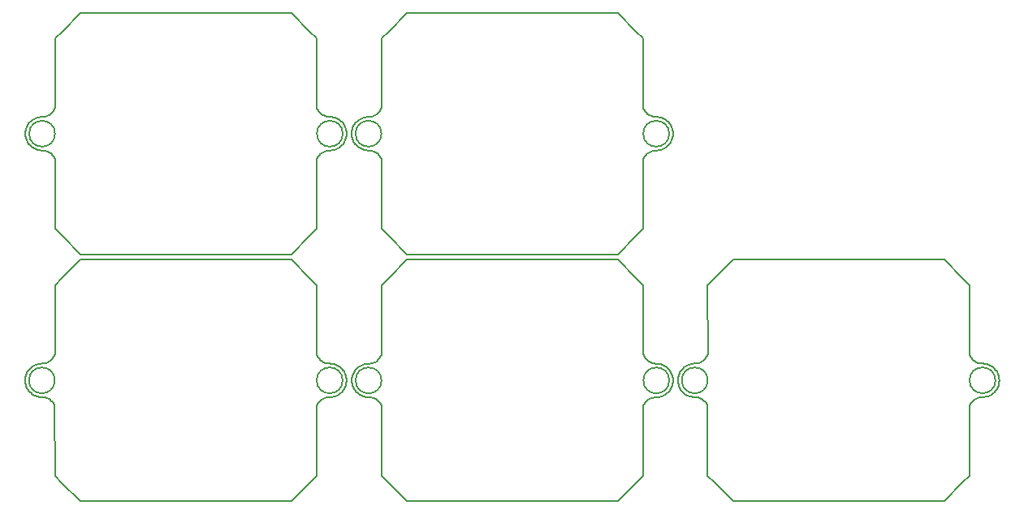
<source format=gbr>
%TF.GenerationSoftware,KiCad,Pcbnew,7.0.7*%
%TF.CreationDate,2023-10-06T18:16:36-06:00*%
%TF.ProjectId,Modular_Interfaces,4d6f6475-6c61-4725-9f49-6e7465726661,rev?*%
%TF.SameCoordinates,Original*%
%TF.FileFunction,Profile,NP*%
%FSLAX46Y46*%
G04 Gerber Fmt 4.6, Leading zero omitted, Abs format (unit mm)*
G04 Created by KiCad (PCBNEW 7.0.7) date 2023-10-06 18:16:36*
%MOMM*%
%LPD*%
G01*
G04 APERTURE LIST*
%TA.AperFunction,Profile*%
%ADD10C,0.150000*%
%TD*%
%TA.AperFunction,Profile*%
%ADD11C,0.200000*%
%TD*%
G04 APERTURE END LIST*
D10*
X129118533Y-40705651D02*
X129216526Y-40725515D01*
X97875401Y-43903172D02*
X97961078Y-43954715D01*
X97070683Y-42381112D02*
X97070746Y-42481099D01*
X97711854Y-41075557D02*
X97636309Y-41141056D01*
X100920000Y-31730000D02*
X102820000Y-29830000D01*
X99740012Y-44512517D02*
X99814822Y-44578846D01*
X127486821Y-45069159D02*
X127470000Y-52380000D01*
X130264962Y-41442789D02*
X130318985Y-41526924D01*
X124820000Y-29830000D02*
X123020000Y-29830000D01*
X129764599Y-43903172D02*
X129678922Y-43954715D01*
X97228729Y-43158256D02*
X97272918Y-43247948D01*
X130002061Y-43720439D02*
X129926433Y-43785842D01*
X97087984Y-42680245D02*
X97105103Y-42778755D01*
X97189734Y-43066188D02*
X97228729Y-43158256D01*
X98328898Y-44109678D02*
X98425628Y-44134985D01*
X128427292Y-44235312D02*
X128332126Y-44265963D01*
X99868688Y-40233376D02*
X99796972Y-40303038D01*
X128149251Y-44346543D02*
X128062411Y-44396089D01*
X127999949Y-40426783D02*
X128084412Y-40480281D01*
X98722263Y-44177269D02*
X98817830Y-44179999D01*
X129216526Y-40725515D02*
X129313225Y-40750944D01*
X128239299Y-44303098D02*
X128149251Y-44346543D01*
X98917746Y-44183570D02*
X99017179Y-44194017D01*
X98622633Y-44168835D02*
X98722263Y-44177269D01*
X128524344Y-44211292D02*
X128427292Y-44235312D01*
X100170000Y-32480000D02*
X100920000Y-31730000D01*
X97156061Y-42972042D02*
X97189734Y-43066188D01*
X127755116Y-44650172D02*
X127690137Y-44726157D01*
X130451069Y-41795873D02*
X130484622Y-41890062D01*
X98521467Y-40705651D02*
X98423474Y-40725515D01*
X98523647Y-44154725D02*
X98622633Y-44168835D01*
X129406230Y-44078889D02*
X129311102Y-44109678D01*
X97792808Y-43846819D02*
X97875401Y-43903172D01*
X130075373Y-41210763D02*
X130142957Y-41284449D01*
X128332126Y-44265963D02*
X128239299Y-44303098D01*
X127455211Y-39728396D02*
X127470000Y-32480000D01*
X129116353Y-44154725D02*
X129017367Y-44168835D01*
X130317842Y-43334970D02*
X130263713Y-43419037D01*
X128084412Y-40480281D02*
X128172351Y-40527851D01*
X130483939Y-42972042D02*
X130450266Y-43066188D01*
X97104664Y-42083413D02*
X97087669Y-42181944D01*
X97272918Y-43247948D02*
X97322158Y-43334970D01*
X97435129Y-43499876D02*
X97498492Y-43577222D01*
X99949863Y-44726157D02*
X100009453Y-44806438D01*
X100184789Y-39728396D02*
X100170000Y-32480000D01*
X128919946Y-40682856D02*
X129019565Y-40691416D01*
X130412190Y-41703755D02*
X130451069Y-41795873D01*
X126720000Y-53130000D02*
X124820000Y-55030000D01*
X97636309Y-41141056D02*
X97564627Y-41210763D01*
X124820000Y-55030000D02*
X102820000Y-55030000D01*
X130318985Y-41526924D02*
X130368114Y-41614008D01*
X100111353Y-44978348D02*
X100153179Y-45069159D01*
X99796972Y-40303038D02*
X99720639Y-40367609D01*
X99400701Y-44303098D02*
X99490749Y-44346543D01*
X128649174Y-40669933D02*
X128748807Y-40678256D01*
X128550348Y-40654785D02*
X128649174Y-40669933D01*
X97959152Y-40906372D02*
X97873540Y-40958023D01*
X99089652Y-40654785D02*
X98990826Y-40669933D01*
X97105103Y-42778755D02*
X97127820Y-42876127D01*
X97271886Y-41614008D02*
X97227810Y-41703755D01*
X98140556Y-44042717D02*
X98233770Y-44078889D01*
X97791018Y-41014480D02*
X97711854Y-41075557D01*
X130563670Y-42281285D02*
X130569317Y-42381112D01*
X98620435Y-40691416D02*
X98521467Y-40705651D01*
X130484622Y-41890062D02*
X130512742Y-41986012D01*
X97076330Y-42281285D02*
X97070683Y-42381112D01*
X130512742Y-41986012D02*
X130535336Y-42083413D01*
X129214372Y-44134985D02*
X129116353Y-44154725D01*
X127470000Y-32480000D02*
X126720000Y-31730000D01*
X130204871Y-43499876D02*
X130141508Y-43577222D01*
X129766460Y-40958023D02*
X129848982Y-41014480D01*
X98326775Y-40750944D02*
X98231686Y-40781853D01*
X129499444Y-44042717D02*
X129406230Y-44078889D01*
X100170000Y-52380000D02*
X100920000Y-53130000D01*
X129847192Y-43846819D02*
X129764599Y-43903172D01*
X97070746Y-42481099D02*
X97076519Y-42580918D01*
X98047574Y-40859694D02*
X97959152Y-40906372D01*
X128622821Y-44194017D02*
X128524344Y-44211292D01*
X129408314Y-40781853D02*
X129501482Y-40818143D01*
X98891193Y-40678256D02*
X98820000Y-40680000D01*
X127704550Y-40158951D02*
X127771312Y-40233376D01*
X127528647Y-44978348D02*
X127486821Y-45069159D01*
X99935450Y-40158951D02*
X99868688Y-40233376D01*
X99555588Y-40480281D02*
X99467649Y-40527851D01*
X98423474Y-40725515D02*
X98326775Y-40750944D01*
X97322158Y-43334970D02*
X97376287Y-43419037D01*
X127919361Y-40367609D02*
X127999949Y-40426783D01*
X97564627Y-41210763D02*
X97497043Y-41284449D01*
X98138518Y-40818143D02*
X98047574Y-40859694D01*
X130552331Y-42181944D02*
X130563670Y-42281285D01*
X97188931Y-41795873D02*
X97155378Y-41890062D01*
X99307874Y-44265963D02*
X99400701Y-44303098D01*
X129590440Y-44001281D02*
X129499444Y-44042717D01*
X129678922Y-43954715D02*
X129590440Y-44001281D01*
X129313225Y-40750944D02*
X129408314Y-40781853D01*
X127492983Y-39820967D02*
X127537026Y-39910724D01*
X99577589Y-44396089D02*
X99660809Y-44451502D01*
X127470000Y-52380000D02*
X126720000Y-53130000D01*
X99490749Y-44346543D02*
X99577589Y-44396089D01*
X98817830Y-44179999D02*
X98917746Y-44183570D01*
X99467649Y-40527851D02*
X99376650Y-40569266D01*
X130512180Y-42876127D02*
X130483939Y-42972042D01*
X127979191Y-44451502D02*
X127899988Y-44512517D01*
X129928146Y-41075557D02*
X130003691Y-41141056D01*
X99996941Y-40080117D02*
X99935450Y-40158951D01*
X99283021Y-40604333D02*
X99187204Y-40632884D01*
X130073831Y-43650823D02*
X130002061Y-43720439D01*
X97375038Y-41442789D02*
X97321015Y-41526924D01*
X130569254Y-42481099D02*
X130563481Y-42580918D01*
X102820000Y-29830000D02*
X123020000Y-29830000D01*
X129848982Y-41014480D02*
X129928146Y-41075557D01*
X97498492Y-43577222D02*
X97566169Y-43650823D01*
X97497043Y-41284449D02*
X97433778Y-41361876D01*
X100009453Y-44806438D02*
X100063368Y-44890636D01*
X97376287Y-43419037D02*
X97435129Y-43499876D01*
X130206222Y-41361876D02*
X130264962Y-41442789D01*
X130563481Y-42580918D02*
X130552016Y-42680245D01*
X127843028Y-40303038D02*
X127919361Y-40367609D01*
X98990826Y-40669933D02*
X98891193Y-40678256D01*
X129017367Y-44168835D02*
X128917737Y-44177269D01*
X128820000Y-40680000D02*
X128919946Y-40682856D01*
X100063368Y-44890636D02*
X100111353Y-44978348D01*
X97087669Y-42181944D02*
X97076330Y-42281285D01*
X128263350Y-40569266D02*
X128356979Y-40604333D01*
X128722254Y-44183570D02*
X128622821Y-44194017D01*
X130535336Y-42083413D02*
X130552331Y-42181944D01*
X130263713Y-43419037D02*
X130204871Y-43499876D01*
X100920000Y-53130000D02*
X102820000Y-55030000D01*
X127537026Y-39910724D02*
X127587130Y-39997244D01*
X100102974Y-39910724D02*
X100052870Y-39997244D01*
X128172351Y-40527851D02*
X128263350Y-40569266D01*
X127587130Y-39997244D02*
X127643059Y-40080117D01*
X129592426Y-40859694D02*
X129680848Y-40906372D01*
X128356979Y-40604333D02*
X128452796Y-40632884D01*
X100052870Y-39997244D02*
X99996941Y-40080117D01*
X98231686Y-40781853D02*
X98138518Y-40818143D01*
X127630547Y-44806438D02*
X127576632Y-44890636D01*
X127899988Y-44512517D02*
X127825178Y-44578846D01*
X97566169Y-43650823D02*
X97637939Y-43720439D01*
X128822170Y-44179999D02*
X128722254Y-44183570D01*
X130141508Y-43577222D02*
X130073831Y-43650823D01*
X100184789Y-39728396D02*
X100147017Y-39820967D01*
X99720639Y-40367609D02*
X99640051Y-40426783D01*
X97713567Y-43785842D02*
X97792808Y-43846819D01*
X127576632Y-44890636D02*
X127528647Y-44978348D01*
X128062411Y-44396089D02*
X127979191Y-44451502D01*
X127690137Y-44726157D02*
X127630547Y-44806438D01*
X99187204Y-40632884D02*
X99089652Y-40654785D01*
X99814822Y-44578846D02*
X99884884Y-44650172D01*
X130142957Y-41284449D02*
X130206222Y-41361876D01*
X99640051Y-40426783D02*
X99555588Y-40480281D01*
X127825178Y-44578846D02*
X127755116Y-44650172D01*
X130534897Y-42778755D02*
X130512180Y-42876127D01*
X129680848Y-40906372D02*
X129766460Y-40958023D01*
X129311102Y-44109678D02*
X129214372Y-44134985D01*
X97127258Y-41986012D02*
X97104664Y-42083413D01*
X130552016Y-42680245D02*
X130534897Y-42778755D01*
X97127820Y-42876127D02*
X97156061Y-42972042D01*
X98820000Y-40680000D02*
X98720054Y-40682856D01*
X127643059Y-40080117D02*
X127704550Y-40158951D01*
X128822170Y-44179999D02*
X128822170Y-44179999D01*
X129501482Y-40818143D02*
X129592426Y-40859694D01*
X97076519Y-42580918D02*
X97087984Y-42680245D01*
X128748807Y-40678256D02*
X128820000Y-40680000D01*
X98425628Y-44134985D02*
X98523647Y-44154725D01*
X98049560Y-44001281D02*
X98140556Y-44042717D01*
X99115656Y-44211292D02*
X99212708Y-44235312D01*
X99017179Y-44194017D02*
X99115656Y-44211292D01*
X127771312Y-40233376D02*
X127843028Y-40303038D01*
X97961078Y-43954715D02*
X98049560Y-44001281D01*
X130368114Y-41614008D02*
X130412190Y-41703755D01*
X98720054Y-40682856D02*
X98620435Y-40691416D01*
X130569317Y-42381112D02*
X130569254Y-42481099D01*
X97227810Y-41703755D02*
X97188931Y-41795873D01*
X129926433Y-43785842D02*
X129847192Y-43846819D01*
D11*
X100170000Y-42430000D02*
G75*
G03*
X100170000Y-42430000I-1350000J0D01*
G01*
D10*
X97433778Y-41361876D02*
X97375038Y-41442789D01*
X99884884Y-44650172D02*
X99949863Y-44726157D01*
D11*
X130170000Y-42430000D02*
G75*
G03*
X130170000Y-42430000I-1350000J0D01*
G01*
D10*
X97873540Y-40958023D02*
X97791018Y-41014480D01*
X128917737Y-44177269D02*
X128822170Y-44179999D01*
X97155378Y-41890062D02*
X97127258Y-41986012D01*
X100153179Y-45069159D02*
X100170000Y-52380000D01*
X99376650Y-40569266D02*
X99283021Y-40604333D01*
X130367082Y-43247948D02*
X130317842Y-43334970D01*
X98233770Y-44078889D02*
X98328898Y-44109678D01*
X130450266Y-43066188D02*
X130411271Y-43158256D01*
X97637939Y-43720439D02*
X97713567Y-43785842D01*
X129019565Y-40691416D02*
X129118533Y-40705651D01*
X128452796Y-40632884D02*
X128550348Y-40654785D01*
X130003691Y-41141056D02*
X130075373Y-41210763D01*
X99212708Y-44235312D02*
X99307874Y-44265963D01*
X130411271Y-43158256D02*
X130367082Y-43247948D01*
X97321015Y-41526924D02*
X97271886Y-41614008D01*
X99660809Y-44451502D02*
X99740012Y-44512517D01*
X127455211Y-39728396D02*
X127492983Y-39820967D01*
X126720000Y-31730000D02*
X124820000Y-29830000D01*
X100147017Y-39820967D02*
X100102974Y-39910724D01*
X98147803Y-66583143D02*
X98056859Y-66624694D01*
X97384323Y-67207789D02*
X97330300Y-67291924D01*
X63077258Y-67746012D02*
X63054664Y-67843413D01*
X96522331Y-42181944D02*
X96533670Y-42281285D01*
X94572821Y-69954017D02*
X94474344Y-69971292D01*
X98432759Y-66490515D02*
X98336060Y-66515944D01*
X131582662Y-69409624D02*
X131654432Y-69479240D01*
X95356230Y-69838889D02*
X95261102Y-69869678D01*
X130214156Y-69264876D02*
X130150793Y-69342222D01*
X95896433Y-43785842D02*
X95817192Y-43846819D01*
X133572081Y-66239082D02*
X133484142Y-66286652D01*
X96482180Y-42876127D02*
X96453939Y-42972042D01*
X129125638Y-69919725D02*
X129026652Y-69933835D01*
X95068533Y-66465651D02*
X95166526Y-66485515D01*
X132907686Y-66437057D02*
X132836493Y-66438801D01*
X98240971Y-66546853D02*
X98147803Y-66583143D01*
X133737132Y-66126410D02*
X133656544Y-66185584D01*
X98149841Y-69807717D02*
X98243055Y-69843889D01*
X132836493Y-66438801D02*
X132736547Y-66441657D01*
X98629720Y-66456416D02*
X98530752Y-66470651D01*
X131288379Y-67372809D02*
X131244303Y-67462556D01*
X127639832Y-70571438D02*
X127585917Y-70655636D01*
X96213713Y-69179037D02*
X96154871Y-69259876D01*
X163606933Y-69760082D02*
X163515937Y-69801518D01*
X164281455Y-67201590D02*
X164335478Y-67285725D01*
X95714599Y-69663172D02*
X95628922Y-69714715D01*
X131514985Y-69336023D02*
X131582662Y-69409624D01*
X131206227Y-68824989D02*
X131245222Y-68917057D01*
X130377399Y-67379008D02*
X130421475Y-67468755D01*
X164568509Y-68439046D02*
X164551390Y-68537556D01*
X130083116Y-69415823D02*
X130011346Y-69485439D01*
X98056859Y-66624694D02*
X97968437Y-66671372D01*
X63536169Y-43650823D02*
X63607939Y-43720439D01*
X164158001Y-69336023D02*
X164090324Y-69409624D01*
X64491467Y-40705651D02*
X64393474Y-40725515D01*
X130578539Y-68246099D02*
X130572766Y-68345918D01*
X129508729Y-69807717D02*
X129415515Y-69843889D01*
X64203770Y-44078889D02*
X64298898Y-44109678D01*
X97080031Y-68246099D02*
X97085804Y-68345918D01*
X132934239Y-69942371D02*
X133033672Y-69952818D01*
X93813028Y-40303038D02*
X93889361Y-40367609D01*
X163782953Y-66716824D02*
X163865475Y-66773281D01*
X131337508Y-67285725D02*
X131288379Y-67372809D01*
X128929231Y-66447856D02*
X129028850Y-66456416D01*
X64473647Y-69914725D02*
X64572633Y-69928835D01*
X65854884Y-44650172D02*
X65919863Y-44726157D01*
X95469444Y-44042717D02*
X95376230Y-44078889D01*
X164384607Y-67372809D02*
X164428683Y-67462556D01*
X65919863Y-44726157D02*
X65979453Y-44806438D01*
X63606309Y-41141056D02*
X63534627Y-41210763D01*
X65818688Y-65993376D02*
X65746972Y-66063038D01*
X63292158Y-43334970D02*
X63346287Y-43419037D01*
X132343268Y-66509745D02*
X132248179Y-66540654D01*
X66870000Y-78890000D02*
X68770000Y-80790000D01*
X162188844Y-66286652D02*
X162279843Y-66328067D01*
X65039652Y-66414785D02*
X64940826Y-66429933D01*
X64017574Y-40859694D02*
X63929152Y-40906372D01*
X127699422Y-70491157D02*
X127639832Y-70571438D01*
X128248584Y-70068098D02*
X128158536Y-70111543D01*
X132540140Y-69913526D02*
X132639126Y-69927636D01*
X99749297Y-70277517D02*
X99824107Y-70343846D01*
X164585747Y-68239900D02*
X164579974Y-68339719D01*
X95451482Y-66578143D02*
X95542426Y-66619694D01*
X162838663Y-69938800D02*
X162738747Y-69942371D01*
X63516169Y-69410823D02*
X63587939Y-69480439D01*
X63325038Y-67202789D02*
X63271015Y-67286924D01*
X96502331Y-67941944D02*
X96513670Y-68041285D01*
X64296775Y-40750944D02*
X64201686Y-40781853D01*
X164280206Y-69177838D02*
X164221364Y-69258677D01*
X96462742Y-67746012D02*
X96485336Y-67843413D01*
X164091866Y-66969564D02*
X164159450Y-67043250D01*
X95898146Y-41075557D02*
X95973691Y-41141056D01*
X64183770Y-69838889D02*
X64278898Y-69869678D01*
X133203697Y-66391685D02*
X133106145Y-66413586D01*
X93456821Y-45069159D02*
X93440000Y-52380000D01*
X99500034Y-70111543D02*
X99586874Y-70161089D01*
X129026652Y-69933835D02*
X128927022Y-69942269D01*
X96504897Y-42778755D02*
X96482180Y-42876127D01*
X127537932Y-70743348D02*
X127496106Y-70834159D01*
X97281171Y-67379008D02*
X97237095Y-67468755D01*
X63198729Y-43158256D02*
X63242918Y-43247948D01*
X94887737Y-44177269D02*
X94792170Y-44179999D01*
X64692263Y-44177269D02*
X64787830Y-44179999D01*
X66890000Y-53130000D02*
X68790000Y-55030000D01*
X162165744Y-70105344D02*
X162078904Y-70154890D01*
X95540440Y-69761281D02*
X95449444Y-69802717D01*
X94592821Y-44194017D02*
X94494344Y-44211292D01*
X96287842Y-43334970D02*
X96233713Y-43419037D01*
X94987367Y-44168835D02*
X94887737Y-44177269D01*
X130328270Y-67291924D02*
X130377399Y-67379008D01*
X131205424Y-67554674D02*
X131171871Y-67648863D01*
X96539254Y-42481099D02*
X96533481Y-42580918D01*
X131450271Y-67120677D02*
X131391531Y-67201590D01*
X95164372Y-69894985D02*
X95066353Y-69914725D01*
X129775745Y-66723023D02*
X129858267Y-66779480D01*
X132157049Y-69801518D02*
X132250263Y-69837690D01*
X98243055Y-69843889D02*
X98338183Y-69874678D01*
X94012411Y-70156089D02*
X93929191Y-70211502D01*
X65746972Y-66063038D02*
X65670639Y-66127609D01*
X134186493Y-58238801D02*
X134936493Y-57488801D01*
X100156302Y-65585967D02*
X100112259Y-65675724D01*
X65590051Y-66186783D02*
X65505588Y-66240281D01*
X66120000Y-58240000D02*
X66870000Y-57490000D01*
X64276775Y-66510944D02*
X64181686Y-66541853D01*
X131392780Y-69177838D02*
X131451622Y-69258677D01*
X94474344Y-69971292D02*
X94377292Y-69995312D01*
X66890000Y-31730000D02*
X68790000Y-29830000D01*
X163230865Y-69893786D02*
X163132846Y-69913526D01*
X63911078Y-69714715D02*
X63999560Y-69761281D01*
X128272635Y-66334266D02*
X128366264Y-66369333D01*
X63326287Y-69179037D02*
X63385129Y-69259876D01*
X161486493Y-58238801D02*
X160736493Y-57488801D01*
X63221886Y-67374008D02*
X63177810Y-67463755D01*
X97282203Y-69012948D02*
X97331443Y-69099970D01*
X94142351Y-40527851D02*
X94233350Y-40569266D01*
X66134789Y-65488396D02*
X66120000Y-58240000D01*
X65137204Y-66392884D02*
X65039652Y-66414785D01*
X96519317Y-68141112D02*
X96519254Y-68241099D01*
X63271015Y-67286924D02*
X63221886Y-67374008D01*
X129417599Y-66546853D02*
X129510767Y-66583143D01*
X63158931Y-41795873D02*
X63125378Y-41890062D01*
X63845401Y-43903172D02*
X63931078Y-43954715D01*
X96361271Y-68918256D02*
X96317082Y-69007948D01*
X93705116Y-70410172D02*
X93640137Y-70486157D01*
X93600547Y-44806438D02*
X93546632Y-44890636D01*
X95878146Y-66835557D02*
X95953691Y-66901056D01*
X93849988Y-70272517D02*
X93775178Y-70338846D01*
X100194074Y-65493396D02*
X100179285Y-58245000D01*
X94189299Y-70063098D02*
X94099251Y-70106543D01*
X66052974Y-65670724D02*
X66002870Y-65757244D01*
X64967179Y-69954017D02*
X65065656Y-69971292D01*
X64373474Y-66485515D02*
X64276775Y-66510944D01*
X97645594Y-66906056D02*
X97573912Y-66975763D01*
X99564873Y-66245281D02*
X99476934Y-66292851D01*
X131654432Y-69479240D02*
X131730060Y-69544643D01*
X100006226Y-65845117D02*
X99944735Y-65923951D01*
X66061353Y-70738348D02*
X66103179Y-70829159D01*
X95283225Y-40750944D02*
X95378314Y-40781853D01*
X100120638Y-70743348D02*
X100162464Y-70834159D01*
X65527589Y-70156089D02*
X65610809Y-70211502D01*
X95086353Y-44154725D02*
X94987367Y-44168835D01*
X99221993Y-70000312D02*
X99317159Y-70030963D01*
X129690133Y-66671372D02*
X129775745Y-66723023D01*
X164159450Y-67043250D02*
X164222715Y-67120677D01*
X94772170Y-69939999D02*
X94772170Y-69939999D01*
D11*
X100179285Y-68195000D02*
G75*
G03*
X100179285Y-68195000I-1350000J0D01*
G01*
D10*
X163036058Y-66450217D02*
X163135026Y-66464452D01*
X63607939Y-43720439D02*
X63683567Y-43785842D01*
X132736547Y-66441657D02*
X132636928Y-66450217D01*
X66117017Y-39820967D02*
X66072974Y-39910724D01*
X94500348Y-66414785D02*
X94599174Y-66429933D01*
X99026464Y-69959017D02*
X99124941Y-69976292D01*
X163424807Y-66540654D02*
X163517975Y-66576944D01*
X97137105Y-68641127D02*
X97165346Y-68737042D01*
X131338651Y-69093771D02*
X131392780Y-69177838D01*
X128009234Y-66191783D02*
X128093697Y-66245281D01*
X66072974Y-39910724D02*
X66022870Y-39997244D01*
X63999560Y-69761281D02*
X64090556Y-69802717D01*
X92690000Y-53130000D02*
X90790000Y-55030000D01*
X63843540Y-40958023D02*
X63761018Y-41014480D01*
X133132149Y-69970093D02*
X133229201Y-69994113D01*
X128831455Y-69944999D02*
X128731539Y-69948570D01*
X128093697Y-66245281D02*
X128181636Y-66292851D01*
X64110556Y-44042717D02*
X64203770Y-44078889D01*
X161603623Y-65756045D02*
X161659552Y-65838918D01*
X162078904Y-70154890D02*
X161995684Y-70210303D01*
X63385129Y-69259876D02*
X63448492Y-69337222D01*
X97113949Y-67848413D02*
X97096954Y-67946944D01*
X160736493Y-57488801D02*
X158836493Y-55588801D01*
X131171871Y-67648863D02*
X131143751Y-67744813D01*
X95281102Y-44109678D02*
X95184372Y-44134985D01*
X162836493Y-66438801D02*
X162936439Y-66441657D01*
X64767830Y-69939999D02*
X64867746Y-69943570D01*
X63057984Y-42680245D02*
X63075103Y-42778755D01*
X164529235Y-67744813D02*
X164551829Y-67842214D01*
X63026519Y-68340918D02*
X63037984Y-68440245D01*
X63741018Y-66774480D02*
X63661854Y-66835557D01*
X130274247Y-67207789D02*
X130328270Y-67291924D01*
X130578602Y-68146112D02*
X130578539Y-68246099D01*
X63037984Y-68440245D02*
X63055103Y-68538755D01*
X96092957Y-67044449D02*
X96156222Y-67121876D01*
X98827115Y-69944999D02*
X98927031Y-69948570D01*
X134025946Y-70565239D02*
X134079861Y-70649437D01*
X164501115Y-67648863D02*
X164529235Y-67744813D01*
X63587939Y-69480439D02*
X63663567Y-69545842D01*
X130521465Y-68641127D02*
X130493224Y-68737042D01*
X95736460Y-40958023D02*
X95818982Y-41014480D01*
X100112259Y-65675724D02*
X100062155Y-65762244D01*
X133393143Y-66328067D02*
X133299514Y-66363134D01*
X63661854Y-66835557D02*
X63586309Y-66901056D01*
X63139734Y-68826188D02*
X63178729Y-68918256D01*
X134169672Y-70827960D02*
X134186493Y-78138801D01*
X96154871Y-69259876D02*
X96091508Y-69337222D01*
X65277874Y-44265963D02*
X65370701Y-44303098D01*
X96111508Y-43577222D02*
X96043831Y-43650823D01*
X127496106Y-70834159D02*
X127479285Y-78145000D01*
X133299514Y-66363134D02*
X133203697Y-66391685D01*
X63054664Y-67843413D02*
X63037669Y-67941944D01*
X93405211Y-65488396D02*
X93442983Y-65580967D01*
X95648922Y-43954715D02*
X95560440Y-44001281D01*
X94377292Y-69995312D02*
X94282126Y-70025963D01*
X132639126Y-69927636D02*
X132738756Y-69936070D01*
X132738756Y-69936070D02*
X132834323Y-69938800D01*
X93654550Y-65918951D02*
X93721312Y-65993376D01*
X96156222Y-67121876D02*
X96214962Y-67202789D01*
X96045373Y-41210763D02*
X96112957Y-41284449D01*
X102829285Y-55595000D02*
X123029285Y-55595000D01*
X63534627Y-41210763D02*
X63467043Y-41284449D01*
X64841193Y-66438256D02*
X64770000Y-66440000D01*
X132345391Y-69868479D02*
X132442121Y-69893786D01*
X93557130Y-39997244D02*
X93613059Y-40080117D01*
X162443785Y-69994113D02*
X162348619Y-70024764D01*
X64987179Y-44194017D02*
X65085656Y-44211292D01*
X98900478Y-66443256D02*
X98829285Y-66445000D01*
X65905450Y-40158951D02*
X65838688Y-40233376D01*
X98532932Y-69919725D02*
X98631918Y-69933835D01*
X134936493Y-78888801D02*
X136836493Y-80788801D01*
X93487026Y-65670724D02*
X93537130Y-65757244D01*
X134013434Y-65838918D02*
X133951943Y-65917752D01*
X63468492Y-43577222D02*
X63536169Y-43650823D01*
X163608919Y-66618495D02*
X163697341Y-66665173D01*
X164467562Y-67554674D02*
X164501115Y-67648863D01*
X129510767Y-66583143D02*
X129601711Y-66624694D01*
X161503314Y-70827960D02*
X161486493Y-78138801D01*
X126729285Y-78895000D02*
X124829285Y-80795000D01*
X130522027Y-67751012D02*
X130544621Y-67848413D01*
X63448492Y-69337222D02*
X63516169Y-69410823D01*
X129601711Y-66624694D02*
X129690133Y-66671372D01*
X95716460Y-66718023D02*
X95798982Y-66774480D01*
X96362190Y-67463755D02*
X96401069Y-67555873D01*
X63762808Y-43846819D02*
X63845401Y-43903172D01*
X94520348Y-40654785D02*
X94619174Y-40669933D01*
X63663567Y-69545842D02*
X63742808Y-69606819D01*
X97164663Y-67655062D02*
X97136543Y-67751012D01*
X162838663Y-69938800D02*
X162838663Y-69938800D01*
X97330300Y-67291924D02*
X97281171Y-67379008D01*
X95797192Y-69606819D02*
X95714599Y-69663172D01*
X97114388Y-68543755D02*
X97137105Y-68641127D01*
X66154789Y-39728396D02*
X66140000Y-32480000D01*
X164018554Y-69479240D02*
X163942926Y-69544643D01*
X64867746Y-69943570D02*
X64967179Y-69954017D01*
X132155011Y-66576944D02*
X132064067Y-66618495D01*
X127852313Y-66068038D02*
X127928646Y-66132609D01*
X66870000Y-57490000D02*
X68770000Y-55590000D01*
X92670000Y-57490000D02*
X90770000Y-55590000D01*
X133007319Y-66428734D02*
X132907686Y-66437057D01*
X130572955Y-68046285D02*
X130578602Y-68146112D01*
X93721312Y-65993376D02*
X93793028Y-66063038D01*
X136836493Y-55588801D02*
X157036493Y-55588801D01*
X63040746Y-42481099D02*
X63046519Y-42580918D01*
X131289411Y-69006749D02*
X131338651Y-69093771D01*
X93869988Y-44512517D02*
X93795178Y-44578846D01*
X63997574Y-66619694D02*
X63909152Y-66666372D01*
X131581120Y-66969564D02*
X131513536Y-67043250D01*
X161486493Y-78138801D02*
X160736493Y-78888801D01*
X63020683Y-68141112D02*
X63020746Y-68241099D01*
X65440749Y-70106543D02*
X65527589Y-70156089D01*
X129858267Y-66779480D02*
X129937431Y-66840557D01*
X131728347Y-66834358D02*
X131652802Y-66899857D01*
X93478647Y-70738348D02*
X93436821Y-70829159D01*
X64088518Y-66578143D02*
X63997574Y-66619694D01*
X94494344Y-44211292D02*
X94397292Y-44235312D01*
X65710012Y-44512517D02*
X65784822Y-44578846D01*
X65966941Y-40080117D02*
X65905450Y-40158951D01*
X162540837Y-69970093D02*
X162443785Y-69994113D01*
X162566841Y-66413586D02*
X162665667Y-66428734D01*
X133417194Y-70061899D02*
X133507242Y-70105344D01*
X133106145Y-66413586D02*
X133007319Y-66428734D01*
X133229201Y-69994113D02*
X133324367Y-70024764D01*
X132442121Y-69893786D02*
X132540140Y-69913526D01*
X95184372Y-44134985D02*
X95086353Y-44154725D01*
X131977571Y-69713516D02*
X132066053Y-69760082D01*
X97331443Y-69099970D02*
X97385572Y-69184037D01*
X163233019Y-66484316D02*
X163329718Y-66509745D01*
X64672263Y-69937269D02*
X64767830Y-69939999D01*
X93420000Y-78140000D02*
X92670000Y-78890000D01*
X131891894Y-69661973D02*
X131977571Y-69713516D01*
X99124941Y-69976292D02*
X99221993Y-70000312D01*
X97722852Y-69550842D02*
X97802093Y-69611819D01*
X96513481Y-68340918D02*
X96502016Y-68440245D01*
X95186526Y-40725515D02*
X95283225Y-40750944D01*
X132537960Y-66464452D02*
X132439967Y-66484316D01*
X95542426Y-66619694D02*
X95630848Y-66666372D01*
X96454622Y-41890062D02*
X96482742Y-41986012D01*
X161545140Y-70737149D02*
X161503314Y-70827960D01*
X64395628Y-44134985D02*
X64493647Y-44154725D01*
X63345038Y-41442789D02*
X63291015Y-41526924D01*
X134079861Y-70649437D02*
X134127846Y-70737149D01*
X127596415Y-65762244D02*
X127652344Y-65845117D01*
X100179285Y-78145000D02*
X100929285Y-78895000D01*
X99806257Y-66068038D02*
X99729924Y-66132609D01*
X96338114Y-41614008D02*
X96382190Y-41703755D01*
X100062155Y-65762244D02*
X100006226Y-65845117D01*
X163515937Y-69801518D02*
X163422723Y-69837690D01*
X94326979Y-40604333D02*
X94422796Y-40632884D01*
X97884686Y-69668172D02*
X97970363Y-69719715D01*
X130493224Y-68737042D02*
X130459551Y-68831188D01*
X161471704Y-65487197D02*
X161486493Y-58238801D01*
X95261102Y-69869678D02*
X95164372Y-69894985D01*
X65326650Y-66329266D02*
X65233021Y-66364333D01*
X127479285Y-78145000D02*
X126729285Y-78895000D01*
X164090324Y-69409624D02*
X164018554Y-69479240D01*
X63074664Y-42083413D02*
X63057669Y-42181944D01*
X65157204Y-40632884D02*
X65059652Y-40654785D01*
X63931078Y-43954715D02*
X64019560Y-44001281D01*
X63447043Y-67044449D02*
X63383778Y-67121876D01*
X93405211Y-65488396D02*
X93420000Y-58240000D01*
X95973691Y-41141056D02*
X96045373Y-41210763D01*
X98729339Y-66447856D02*
X98629720Y-66456416D01*
X130421475Y-67468755D02*
X130460354Y-67560873D01*
X158836493Y-55588801D02*
X157036493Y-55588801D01*
X66013368Y-70650636D02*
X66061353Y-70738348D01*
X127988476Y-70216502D02*
X127909273Y-70277517D01*
X93969949Y-40426783D02*
X94054412Y-40480281D01*
X90790000Y-29830000D02*
X88990000Y-29830000D01*
X127479285Y-58245000D02*
X126729285Y-57495000D01*
X95876433Y-69545842D02*
X95797192Y-69606819D01*
X163865475Y-66773281D02*
X163944639Y-66834358D01*
X94889946Y-40682856D02*
X94989565Y-40691416D01*
X132439967Y-66484316D02*
X132343268Y-66509745D01*
X161995684Y-70210303D02*
X161916481Y-70271318D01*
X93889361Y-40367609D02*
X93969949Y-40426783D01*
X63823540Y-66718023D02*
X63741018Y-66774480D01*
X130150793Y-69342222D02*
X130083116Y-69415823D01*
X164585810Y-68139913D02*
X164585747Y-68239900D01*
X63825401Y-69663172D02*
X63911078Y-69714715D01*
X66033368Y-44890636D02*
X66081353Y-44978348D01*
X99385935Y-66334266D02*
X99292306Y-66369333D01*
X131244303Y-67462556D02*
X131205424Y-67554674D01*
X65182708Y-44235312D02*
X65277874Y-44265963D01*
X163329718Y-66509745D02*
X163424807Y-66540654D01*
X94306979Y-66364333D02*
X94402796Y-66392884D01*
X164428683Y-67462556D02*
X164467562Y-67554674D01*
X64181686Y-66541853D02*
X64088518Y-66578143D01*
X63929152Y-40906372D02*
X63843540Y-40958023D01*
X161935854Y-66126410D02*
X162016442Y-66185584D01*
X130376367Y-69012948D02*
X130327127Y-69099970D01*
X129223657Y-69899985D02*
X129125638Y-69919725D01*
X99649336Y-66191783D02*
X99564873Y-66245281D01*
X163697341Y-66665173D02*
X163782953Y-66716824D01*
X63761018Y-41014480D02*
X63681854Y-41075557D01*
D11*
X134186493Y-68188801D02*
G75*
G03*
X134186493Y-68188801I-1350000J0D01*
G01*
D10*
X161659552Y-65838918D02*
X161721043Y-65917752D01*
X164551829Y-67842214D02*
X164568824Y-67940745D01*
X133507242Y-70105344D02*
X133594082Y-70154890D01*
X96522016Y-42680245D02*
X96504897Y-42778755D01*
X163944639Y-66834358D02*
X164020184Y-66899857D01*
X94718807Y-40678256D02*
X94790000Y-40680000D01*
X94989565Y-40691416D02*
X95088533Y-40705651D01*
X96420266Y-43066188D02*
X96381271Y-43158256D01*
X94969565Y-66451416D02*
X95068533Y-66465651D01*
X161787805Y-65992177D02*
X161859521Y-66061839D01*
X129322510Y-66515944D02*
X129417599Y-66546853D01*
X94867737Y-69937269D02*
X94772170Y-69939999D01*
X100929285Y-78895000D02*
X102829285Y-80795000D01*
X134186493Y-78138801D02*
X134936493Y-78888801D01*
X129599725Y-69766281D02*
X129508729Y-69807717D01*
X64770000Y-66440000D02*
X64670054Y-66442856D01*
X99959148Y-70491157D02*
X100018738Y-70571438D01*
X134201282Y-65487197D02*
X134163510Y-65579768D01*
X131093012Y-68339719D02*
X131104477Y-68439046D01*
X131121157Y-67842214D02*
X131104162Y-67940745D01*
X129937431Y-66840557D02*
X130012976Y-66906056D01*
X93793028Y-66063038D02*
X93869361Y-66127609D01*
X97573912Y-66975763D02*
X97506328Y-67049449D01*
X94672254Y-69943570D02*
X94572821Y-69954017D01*
X63105378Y-67650062D02*
X63077258Y-67746012D01*
X96381271Y-43158256D02*
X96337082Y-43247948D01*
X65764822Y-70338846D02*
X65834884Y-70410172D01*
X97238014Y-68923256D02*
X97282203Y-69012948D01*
X63177810Y-67463755D02*
X63138931Y-67555873D01*
X96533481Y-42580918D02*
X96522016Y-42680245D01*
X65899863Y-70486157D02*
X65959453Y-70566438D01*
X65834884Y-70410172D02*
X65899863Y-70486157D01*
X94054412Y-40480281D02*
X94142351Y-40527851D01*
X93593059Y-65840117D02*
X93654550Y-65918951D01*
X99098937Y-66419785D02*
X99000111Y-66434933D01*
X164579974Y-68339719D02*
X164568509Y-68439046D01*
X95376230Y-44078889D02*
X95281102Y-44109678D01*
X90770000Y-80790000D02*
X68770000Y-80790000D01*
X163132846Y-69913526D02*
X163033860Y-69927636D01*
X63126061Y-42972042D02*
X63159734Y-43066188D01*
X95358314Y-66541853D02*
X95451482Y-66578143D01*
X93507026Y-39910724D02*
X93557130Y-39997244D01*
X65059652Y-40654785D02*
X64960826Y-40669933D01*
X96462180Y-68636127D02*
X96433939Y-68732042D01*
X64201686Y-40781853D02*
X64108518Y-40818143D01*
X95449444Y-69802717D02*
X95356230Y-69838889D01*
X95734599Y-43903172D02*
X95648922Y-43954715D01*
X93425211Y-39728396D02*
X93462983Y-39820967D01*
X98058845Y-69766281D02*
X98149841Y-69807717D01*
X131144313Y-68634928D02*
X131172554Y-68730843D01*
X132064067Y-66618495D02*
X131975645Y-66665173D01*
X94397292Y-44235312D02*
X94302126Y-44265963D01*
X64108518Y-40818143D02*
X64017574Y-40859694D01*
X100179285Y-58245000D02*
X100929285Y-57495000D01*
X163033860Y-69927636D02*
X162934230Y-69936070D01*
X124829285Y-80795000D02*
X102829285Y-80795000D01*
X131730060Y-69544643D02*
X131809301Y-69605620D01*
X94119251Y-44346543D02*
X94032411Y-44396089D01*
X95972061Y-43720439D02*
X95896433Y-43785842D01*
X93613059Y-40080117D02*
X93674550Y-40158951D01*
X97575454Y-69415823D02*
X97647224Y-69485439D01*
X164568824Y-67940745D02*
X164580163Y-68040086D01*
X64887746Y-44183570D02*
X64987179Y-44194017D01*
X128559633Y-66419785D02*
X128658459Y-66434933D01*
X161706630Y-70484958D02*
X161647040Y-70565239D01*
X97237095Y-67468755D02*
X97198216Y-67560873D01*
X93929191Y-70211502D02*
X93849988Y-70272517D01*
X95166526Y-66485515D02*
X95263225Y-66510944D01*
X96112957Y-41284449D02*
X96176222Y-41361876D01*
X63097820Y-42876127D02*
X63126061Y-42972042D01*
X99292306Y-66369333D02*
X99196489Y-66397884D01*
X96176222Y-41361876D02*
X96234962Y-41442789D01*
X100162464Y-70834159D02*
X100179285Y-78145000D01*
X127834463Y-70343846D02*
X127764401Y-70415172D01*
X133966356Y-70484958D02*
X134025946Y-70565239D01*
X66022870Y-39997244D02*
X65966941Y-40080117D01*
X128533629Y-69976292D02*
X128436577Y-70000312D01*
X63046330Y-42281285D02*
X63040683Y-42381112D01*
X95818982Y-41014480D02*
X95898146Y-41075557D01*
X128181636Y-66292851D02*
X128272635Y-66334266D01*
X99824107Y-70343846D02*
X99894169Y-70415172D01*
X130152242Y-67049449D02*
X130215507Y-67126876D01*
X133813465Y-66061839D02*
X133737132Y-66126410D01*
X94692254Y-44183570D02*
X94592821Y-44194017D01*
X65417649Y-66287851D02*
X65326650Y-66329266D01*
X65690639Y-40367609D02*
X65610051Y-40426783D01*
X128436577Y-70000312D02*
X128341411Y-70030963D01*
X98338183Y-69874678D02*
X98434913Y-69899985D01*
X131104477Y-68439046D02*
X131121596Y-68537556D01*
X130272998Y-69184037D02*
X130214156Y-69264876D01*
X96025373Y-66970763D02*
X96092957Y-67044449D01*
X65162708Y-69995312D02*
X65257874Y-70025963D01*
X130493907Y-67655062D02*
X130522027Y-67751012D01*
X162765300Y-66437057D02*
X162836493Y-66438801D01*
X96267842Y-69094970D02*
X96213713Y-69179037D01*
X164500432Y-68730843D02*
X164466759Y-68824989D01*
X133831315Y-70337647D02*
X133901377Y-70408973D01*
X127585917Y-70655636D02*
X127537932Y-70743348D01*
X127764401Y-70415172D02*
X127699422Y-70491157D01*
X97800303Y-66779480D02*
X97721139Y-66840557D01*
X63222918Y-69007948D02*
X63272158Y-69094970D01*
X96288985Y-41526924D02*
X96338114Y-41614008D01*
X63040683Y-42381112D02*
X63040746Y-42481099D01*
X163781092Y-69661973D02*
X163695415Y-69713516D01*
X65946941Y-65840117D02*
X65885450Y-65918951D01*
X129688207Y-69719715D02*
X129599725Y-69766281D01*
X100929285Y-57495000D02*
X102829285Y-55595000D01*
X63138931Y-67555873D02*
X63105378Y-67650062D01*
X96268985Y-67286924D02*
X96318114Y-67374008D01*
X130420556Y-68923256D02*
X130376367Y-69012948D01*
X97136543Y-67751012D02*
X97113949Y-67848413D01*
X133656544Y-66185584D02*
X133572081Y-66239082D01*
X134069363Y-65756045D02*
X134013434Y-65838918D01*
X96174871Y-43499876D02*
X96111508Y-43577222D01*
X63026330Y-68041285D02*
X63020683Y-68141112D01*
X93580547Y-70566438D02*
X93526632Y-70650636D01*
X162665667Y-66428734D02*
X162765300Y-66437057D01*
X162934230Y-69936070D02*
X162838663Y-69938800D01*
X131975645Y-66665173D02*
X131890033Y-66716824D01*
X163863685Y-69605620D02*
X163781092Y-69661973D01*
X161841671Y-70337647D02*
X161771609Y-70408973D01*
X96234962Y-41442789D02*
X96288985Y-41526924D01*
X65460749Y-44346543D02*
X65547589Y-44396089D01*
X133324367Y-70024764D02*
X133417194Y-70061899D01*
X63242918Y-43247948D02*
X63292158Y-43334970D01*
X162469289Y-66391685D02*
X162566841Y-66413586D01*
X94302126Y-44265963D02*
X94209299Y-44303098D01*
X162348619Y-70024764D02*
X162255792Y-70061899D01*
X64690054Y-40682856D02*
X64590435Y-40691416D01*
X124829285Y-55595000D02*
X123029285Y-55595000D01*
X64590435Y-40691416D02*
X64491467Y-40705651D01*
X133677302Y-70210303D02*
X133756505Y-70271318D01*
X93526632Y-70650636D02*
X93478647Y-70738348D01*
X129320387Y-69874678D02*
X129223657Y-69899985D01*
X97096954Y-67946944D02*
X97085615Y-68046285D01*
X93537130Y-65757244D02*
X93593059Y-65840117D01*
X97085615Y-68046285D02*
X97079968Y-68146112D01*
X93440000Y-52380000D02*
X92690000Y-53130000D01*
X90790000Y-55030000D02*
X68790000Y-55030000D01*
X97079968Y-68146112D02*
X97080031Y-68246099D01*
X96233713Y-43419037D02*
X96174871Y-43499876D01*
X130012976Y-66906056D02*
X130084658Y-66975763D01*
X63586309Y-66901056D02*
X63514627Y-66970763D01*
X98731548Y-69942269D02*
X98827115Y-69944999D01*
X65838688Y-40233376D02*
X65766972Y-40303038D01*
X66120000Y-78140000D02*
X66870000Y-78890000D01*
X94599174Y-66429933D02*
X94698807Y-66438256D01*
X94772170Y-69939999D02*
X94672254Y-69943570D01*
X134163510Y-65579768D02*
X134119467Y-65669525D01*
X97721139Y-66840557D02*
X97645594Y-66906056D01*
X96091508Y-69337222D02*
X96023831Y-69410823D01*
X94209299Y-44303098D02*
X94119251Y-44346543D01*
X164427764Y-68917057D02*
X164383575Y-69006749D01*
X92670000Y-78890000D02*
X90770000Y-80790000D01*
X65766972Y-40303038D02*
X65690639Y-40367609D01*
X129935718Y-69550842D02*
X129856477Y-69611819D01*
X99670094Y-70216502D02*
X99749297Y-70277517D01*
X97385572Y-69184037D02*
X97444414Y-69264876D01*
X93440000Y-32480000D02*
X92690000Y-31730000D01*
X95378314Y-40781853D02*
X95471482Y-40818143D01*
X97443063Y-67126876D02*
X97384323Y-67207789D01*
X97802093Y-69611819D02*
X97884686Y-69668172D01*
X100018738Y-70571438D02*
X100072653Y-70655636D01*
X164528673Y-68634928D02*
X164500432Y-68730843D01*
X65784822Y-44578846D02*
X65854884Y-44650172D01*
X99317159Y-70030963D02*
X99409986Y-70068098D01*
X63241886Y-41614008D02*
X63197810Y-41703755D01*
X97647224Y-69485439D02*
X97722852Y-69550842D01*
X63178729Y-68918256D02*
X63222918Y-69007948D01*
X65547589Y-44396089D02*
X65630809Y-44451502D01*
X128758092Y-66443256D02*
X128829285Y-66445000D01*
X95798982Y-66774480D02*
X95878146Y-66835557D01*
X93546632Y-44890636D02*
X93498647Y-44978348D01*
D11*
X66140000Y-42430000D02*
G75*
G03*
X66140000Y-42430000I-1350000J0D01*
G01*
D10*
X100072653Y-70655636D02*
X100120638Y-70743348D01*
X130215507Y-67126876D02*
X130274247Y-67207789D01*
X97198216Y-67560873D02*
X97164663Y-67655062D01*
X161553519Y-65669525D02*
X161603623Y-65756045D01*
X162373472Y-66363134D02*
X162469289Y-66391685D01*
X131245222Y-68917057D02*
X131289411Y-69006749D01*
X63467043Y-41284449D02*
X63403778Y-41361876D01*
X127546311Y-65675724D02*
X127596415Y-65762244D01*
X64670054Y-66442856D02*
X64570435Y-66451416D01*
X95560440Y-44001281D02*
X95469444Y-44042717D01*
X133885181Y-65992177D02*
X133813465Y-66061839D01*
X63742808Y-69606819D02*
X63825401Y-69663172D01*
X163517975Y-66576944D02*
X163608919Y-66618495D01*
X98530752Y-66470651D02*
X98432759Y-66490515D01*
X133951943Y-65917752D02*
X133885181Y-65992177D01*
X63106061Y-68732042D02*
X63139734Y-68826188D01*
X96519254Y-68241099D02*
X96513481Y-68340918D01*
X93462983Y-39820967D02*
X93507026Y-39910724D01*
X63125378Y-41890062D02*
X63097258Y-41986012D01*
X94698807Y-66438256D02*
X94770000Y-66440000D01*
X129225811Y-66490515D02*
X129322510Y-66515944D01*
X93949191Y-44451502D02*
X93869988Y-44512517D01*
X65670639Y-66127609D02*
X65590051Y-66186783D01*
X128632106Y-69959017D02*
X128533629Y-69976292D01*
X95471482Y-40818143D02*
X95562426Y-40859694D01*
X95817192Y-43846819D02*
X95734599Y-43903172D01*
X66103179Y-70829159D02*
X66120000Y-78140000D01*
X128158536Y-70111543D02*
X128071696Y-70161089D01*
X127652344Y-65845117D02*
X127713835Y-65923951D01*
X96485336Y-67843413D02*
X96502331Y-67941944D01*
D11*
X96140000Y-42430000D02*
G75*
G03*
X96140000Y-42430000I-1350000J0D01*
G01*
D10*
X127464496Y-65493396D02*
X127502268Y-65585967D01*
X161859521Y-66061839D02*
X161935854Y-66126410D01*
X63020746Y-68241099D02*
X63026519Y-68340918D01*
X97444414Y-69264876D02*
X97507777Y-69342222D01*
X94032411Y-44396089D02*
X93949191Y-44451502D01*
X93949949Y-66186783D02*
X94034412Y-66240281D01*
X96401069Y-67555873D02*
X96434622Y-67650062D01*
X94792170Y-44179999D02*
X94692254Y-44183570D01*
X65253021Y-40604333D02*
X65157204Y-40632884D01*
X63291015Y-41526924D02*
X63241886Y-41614008D01*
X161509476Y-65579768D02*
X161553519Y-65669525D01*
X99894169Y-70415172D02*
X99959148Y-70491157D01*
X130544621Y-67848413D02*
X130561616Y-67946944D01*
X162639314Y-69952818D02*
X162540837Y-69970093D01*
X65610809Y-70211502D02*
X65690012Y-70272517D01*
X98336060Y-66515944D02*
X98240971Y-66546853D01*
X66002870Y-65757244D02*
X65946941Y-65840117D01*
X130327127Y-69099970D02*
X130272998Y-69184037D01*
X96214962Y-67202789D02*
X96268985Y-67286924D01*
X64090556Y-69802717D02*
X64183770Y-69838889D01*
X65959453Y-70566438D02*
X66013368Y-70650636D01*
X64572633Y-69928835D02*
X64672263Y-69937269D01*
X63057669Y-42181944D02*
X63046330Y-42281285D01*
X162738747Y-69942371D02*
X162639314Y-69952818D01*
X92690000Y-31730000D02*
X90790000Y-29830000D01*
X96043831Y-43650823D02*
X95972061Y-43720439D01*
X96539317Y-42381112D02*
X96539254Y-42481099D01*
X63514627Y-66970763D02*
X63447043Y-67044449D01*
X63097258Y-41986012D02*
X63074664Y-42083413D01*
X131143751Y-67744813D02*
X131121157Y-67842214D01*
X134936493Y-57488801D02*
X136836493Y-55588801D01*
X65437649Y-40527851D02*
X65346650Y-40569266D01*
X131391531Y-67201590D02*
X131337508Y-67285725D01*
X131104162Y-67940745D02*
X131092823Y-68040086D01*
X127909273Y-70277517D02*
X127834463Y-70343846D01*
X90770000Y-55590000D02*
X88970000Y-55590000D01*
X64471467Y-66465651D02*
X64373474Y-66485515D01*
X66140000Y-32480000D02*
X66890000Y-31730000D01*
X94422796Y-40632884D02*
X94520348Y-40654785D01*
X94402796Y-66392884D02*
X94500348Y-66414785D01*
X99000111Y-66434933D02*
X98900478Y-66443256D01*
X65346650Y-40569266D02*
X65253021Y-40604333D01*
X63272158Y-69094970D02*
X63326287Y-69179037D01*
X163327595Y-69868479D02*
X163230865Y-69893786D01*
X96505336Y-42083413D02*
X96522331Y-42181944D01*
X94792170Y-44179999D02*
X94792170Y-44179999D01*
X94122351Y-66287851D02*
X94213350Y-66329266D01*
X129856477Y-69611819D02*
X129773884Y-69668172D01*
X64861193Y-40678256D02*
X64790000Y-40680000D01*
X63077820Y-68636127D02*
X63106061Y-68732042D01*
X132066053Y-69760082D02*
X132157049Y-69801518D01*
X95650848Y-40906372D02*
X95736460Y-40958023D01*
X97970363Y-69719715D02*
X98058845Y-69766281D01*
X131121596Y-68537556D02*
X131144313Y-68634928D01*
X65610051Y-40426783D02*
X65525588Y-40480281D01*
X132834323Y-69938800D02*
X132934239Y-69942371D01*
X160736493Y-78888801D02*
X158836493Y-80788801D01*
X131652802Y-66899857D02*
X131581120Y-66969564D01*
X128731539Y-69948570D02*
X128632106Y-69959017D01*
X129773884Y-69668172D02*
X129688207Y-69719715D01*
X99877973Y-65998376D02*
X99806257Y-66068038D01*
X95066353Y-69914725D02*
X94967367Y-69928835D01*
X63909152Y-66666372D02*
X63823540Y-66718023D01*
X99196489Y-66397884D02*
X99098937Y-66419785D01*
X98631918Y-69933835D02*
X98731548Y-69942269D01*
X94099251Y-70106543D02*
X94012411Y-70156089D01*
X93741312Y-40233376D02*
X93813028Y-40303038D01*
X63346287Y-43419037D02*
X63405129Y-43499876D01*
X63683567Y-43785842D02*
X63762808Y-43846819D01*
X127928646Y-66132609D02*
X128009234Y-66191783D01*
X63075103Y-42778755D02*
X63097820Y-42876127D01*
X131087176Y-68139913D02*
X131087239Y-68239900D01*
X94770000Y-66440000D02*
X94869946Y-66442856D01*
X128341411Y-70030963D02*
X128248584Y-70068098D01*
X158836493Y-80788801D02*
X136836493Y-80788801D01*
X96318114Y-67374008D02*
X96362190Y-67463755D01*
X64940826Y-66429933D02*
X64841193Y-66438256D01*
X63405129Y-43499876D02*
X63468492Y-43577222D01*
X164020184Y-66899857D02*
X164091866Y-66969564D01*
X131087239Y-68239900D02*
X131093012Y-68339719D01*
X66154789Y-39728396D02*
X66117017Y-39820967D01*
X99729924Y-66132609D02*
X99649336Y-66191783D01*
X130572766Y-68345918D02*
X130561301Y-68445245D01*
X133594082Y-70154890D02*
X133677302Y-70210303D01*
X99476934Y-66292851D02*
X99385935Y-66334266D01*
X99586874Y-70161089D02*
X99670094Y-70216502D01*
X64790000Y-40680000D02*
X64690054Y-40682856D01*
X95263225Y-66510944D02*
X95358314Y-66541853D01*
X129415515Y-69843889D02*
X129320387Y-69874678D01*
X97882825Y-66723023D02*
X97800303Y-66779480D01*
X96434622Y-67650062D02*
X96462742Y-67746012D01*
X97507777Y-69342222D02*
X97575454Y-69415823D01*
X164383575Y-69006749D02*
X164334335Y-69093771D01*
X64298898Y-44109678D02*
X64395628Y-44134985D01*
X65525588Y-40480281D02*
X65437649Y-40527851D01*
X63383778Y-67121876D02*
X63325038Y-67202789D01*
X164335478Y-67285725D02*
X164384607Y-67372809D01*
X94790000Y-40680000D02*
X94889946Y-40682856D01*
X93420000Y-58240000D02*
X92670000Y-57490000D01*
X131092823Y-68040086D02*
X131087176Y-68139913D01*
X161647040Y-70565239D02*
X161593125Y-70649437D01*
X96533670Y-42281285D02*
X96539317Y-42381112D01*
X99944735Y-65923951D02*
X99877973Y-65998376D01*
X96484897Y-68538755D02*
X96462180Y-68636127D01*
X63159734Y-43066188D02*
X63198729Y-43158256D01*
X133033672Y-69952818D02*
X133132149Y-69970093D01*
X64375628Y-69894985D02*
X64473647Y-69914725D01*
X96382190Y-41703755D02*
X96421069Y-41795873D01*
X131809301Y-69605620D02*
X131891894Y-69661973D01*
X130459551Y-68831188D02*
X130420556Y-68923256D01*
X127713835Y-65923951D02*
X127780597Y-65998376D01*
X96482742Y-41986012D02*
X96505336Y-42083413D01*
X94967367Y-69928835D02*
X94867737Y-69937269D01*
X93795178Y-44578846D02*
X93725116Y-44650172D01*
X93869361Y-66127609D02*
X93949949Y-66186783D01*
X64787830Y-44179999D02*
X64887746Y-44183570D01*
D11*
X130179285Y-68195000D02*
G75*
G03*
X130179285Y-68195000I-1350000J0D01*
G01*
D10*
X94213350Y-66329266D02*
X94306979Y-66364333D01*
X163135026Y-66464452D02*
X163233019Y-66484316D01*
X65065656Y-69971292D02*
X65162708Y-69995312D01*
X161916481Y-70271318D02*
X161841671Y-70337647D01*
X64570435Y-66451416D02*
X64471467Y-66465651D01*
X96023831Y-69410823D02*
X95952061Y-69480439D01*
X97097269Y-68445245D02*
X97114388Y-68543755D01*
X64278898Y-69869678D02*
X64375628Y-69894985D01*
X130084658Y-66975763D02*
X130152242Y-67049449D01*
X97968437Y-66671372D02*
X97882825Y-66723023D01*
X93425211Y-39728396D02*
X93440000Y-32480000D01*
X130544182Y-68543755D02*
X130521465Y-68641127D01*
X96421069Y-41795873D02*
X96454622Y-41890062D01*
X99409986Y-70068098D02*
X99500034Y-70111543D01*
X96317082Y-69007948D02*
X96267842Y-69094970D01*
X95628922Y-69714715D02*
X95540440Y-69761281D01*
X127464496Y-65493396D02*
X127479285Y-58245000D01*
X66081353Y-44978348D02*
X66123179Y-45069159D01*
X94869946Y-66442856D02*
X94969565Y-66451416D01*
X162936439Y-66441657D02*
X163036058Y-66450217D01*
X94619174Y-40669933D02*
X94718807Y-40678256D01*
X97085804Y-68345918D02*
X97097269Y-68445245D01*
X162255792Y-70061899D02*
X162165744Y-70105344D01*
X65350701Y-70063098D02*
X65440749Y-70106543D01*
X68770000Y-55590000D02*
X88970000Y-55590000D01*
X131807511Y-66773281D02*
X131728347Y-66834358D01*
D11*
X164186493Y-68188801D02*
G75*
G03*
X164186493Y-68188801I-1350000J0D01*
G01*
D10*
X128831455Y-69944999D02*
X128831455Y-69944999D01*
X133484142Y-66286652D02*
X133393143Y-66328067D01*
X130011346Y-69485439D02*
X129935718Y-69550842D01*
X163695415Y-69713516D02*
X163606933Y-69760082D01*
X94034412Y-66240281D02*
X94122351Y-66287851D01*
X93674550Y-40158951D02*
X93741312Y-40233376D01*
X94233350Y-40569266D02*
X94326979Y-40604333D01*
X97199019Y-68831188D02*
X97238014Y-68923256D01*
X126729285Y-57495000D02*
X124829285Y-55595000D01*
X96337082Y-43247948D02*
X96287842Y-43334970D01*
X65370701Y-44303098D02*
X65460749Y-44346543D01*
X127502268Y-65585967D02*
X127546311Y-65675724D01*
X65885450Y-65918951D02*
X65818688Y-65993376D01*
X66140000Y-52380000D02*
X66890000Y-53130000D01*
X131513536Y-67043250D02*
X131450271Y-67120677D01*
X93775178Y-70338846D02*
X93705116Y-70410172D01*
X98829285Y-66445000D02*
X98729339Y-66447856D01*
X134201282Y-65487197D02*
X134186493Y-58238801D01*
X128462081Y-66397884D02*
X128559633Y-66419785D01*
X63403778Y-41361876D02*
X63345038Y-41442789D01*
X132248179Y-66540654D02*
X132155011Y-66576944D01*
X100194074Y-65493396D02*
X100156302Y-65585967D01*
X93442983Y-65580967D02*
X93487026Y-65670724D01*
X96433939Y-68732042D02*
X96400266Y-68826188D01*
X65979453Y-44806438D02*
X66033368Y-44890636D01*
X63046519Y-42580918D02*
X63057984Y-42680245D01*
X131890033Y-66716824D02*
X131807511Y-66773281D01*
X130460354Y-67560873D02*
X130493907Y-67655062D01*
X65257874Y-70025963D02*
X65350701Y-70063098D01*
X161471704Y-65487197D02*
X161509476Y-65579768D01*
X97506328Y-67049449D02*
X97443063Y-67126876D01*
X64393474Y-40725515D02*
X64296775Y-40750944D01*
X64592633Y-44168835D02*
X64692263Y-44177269D01*
X98434913Y-69899985D02*
X98532932Y-69919725D01*
X93725116Y-44650172D02*
X93660137Y-44726157D01*
X164580163Y-68040086D02*
X164585810Y-68139913D01*
X161593125Y-70649437D02*
X161545140Y-70737149D01*
X130561301Y-68445245D02*
X130544182Y-68543755D01*
X129127818Y-66470651D02*
X129225811Y-66490515D01*
X132636928Y-66450217D02*
X132537960Y-66464452D01*
X131172554Y-68730843D02*
X131206227Y-68824989D01*
X163422723Y-69837690D02*
X163327595Y-69868479D01*
X95953691Y-66901056D02*
X96025373Y-66970763D01*
X133901377Y-70408973D02*
X133966356Y-70484958D01*
X127780597Y-65998376D02*
X127852313Y-66068038D01*
X164221364Y-69258677D02*
X164158001Y-69336023D01*
X162279843Y-66328067D02*
X162373472Y-66363134D01*
X161721043Y-65917752D02*
X161787805Y-65992177D01*
X93498647Y-44978348D02*
X93456821Y-45069159D01*
X95088533Y-40705651D02*
X95186526Y-40725515D01*
X95952061Y-69480439D02*
X95876433Y-69545842D01*
X63681854Y-41075557D02*
X63606309Y-41141056D01*
X132250263Y-69837690D02*
X132345391Y-69868479D01*
X164466759Y-68824989D02*
X164427764Y-68917057D01*
X65690012Y-70272517D02*
X65764822Y-70338846D01*
X128366264Y-66369333D02*
X128462081Y-66397884D01*
X65630809Y-44451502D02*
X65710012Y-44512517D01*
D11*
X96120000Y-68190000D02*
G75*
G03*
X96120000Y-68190000I-1350000J0D01*
G01*
D10*
X128927022Y-69942269D02*
X128831455Y-69944999D01*
D11*
X66120000Y-68190000D02*
G75*
G03*
X66120000Y-68190000I-1350000J0D01*
G01*
D10*
X128829285Y-66445000D02*
X128929231Y-66447856D01*
X131451622Y-69258677D02*
X131514985Y-69336023D01*
X96502016Y-68440245D02*
X96484897Y-68538755D01*
X98927031Y-69948570D02*
X99026464Y-69959017D01*
X93660137Y-44726157D02*
X93600547Y-44806438D01*
X97165346Y-68737042D02*
X97199019Y-68831188D01*
X64960826Y-40669933D02*
X64861193Y-40678256D01*
X128658459Y-66434933D02*
X128758092Y-66443256D01*
X68790000Y-29830000D02*
X88990000Y-29830000D01*
X134119467Y-65669525D02*
X134069363Y-65756045D01*
X66134789Y-65488396D02*
X66097017Y-65580967D01*
X93640137Y-70486157D02*
X93580547Y-70566438D01*
X64493647Y-44154725D02*
X64592633Y-44168835D01*
X65505588Y-66240281D02*
X65417649Y-66287851D01*
X63197810Y-41703755D02*
X63158931Y-41795873D01*
X66097017Y-65580967D02*
X66052974Y-65670724D01*
X163942926Y-69544643D02*
X163863685Y-69605620D01*
X96453939Y-42972042D02*
X96420266Y-43066188D01*
X129028850Y-66456416D02*
X129127818Y-66470651D01*
X95630848Y-66666372D02*
X95716460Y-66718023D01*
X130561616Y-67946944D02*
X130572955Y-68046285D01*
X63055103Y-68538755D02*
X63077820Y-68636127D01*
X162016442Y-66185584D02*
X162100905Y-66239082D01*
X164222715Y-67120677D02*
X164281455Y-67201590D01*
X65233021Y-66364333D02*
X65137204Y-66392884D01*
X128071696Y-70161089D02*
X127988476Y-70216502D01*
X65085656Y-44211292D02*
X65182708Y-44235312D01*
X96513670Y-68041285D02*
X96519317Y-68141112D01*
X133756505Y-70271318D02*
X133831315Y-70337647D01*
X63037669Y-67941944D02*
X63026330Y-68041285D01*
X93436821Y-70829159D02*
X93420000Y-78140000D01*
X161771609Y-70408973D02*
X161706630Y-70484958D01*
X94282126Y-70025963D02*
X94189299Y-70063098D01*
X95562426Y-40859694D02*
X95650848Y-40906372D01*
X66123179Y-45069159D02*
X66140000Y-52380000D01*
X64019560Y-44001281D02*
X64110556Y-44042717D01*
X164551390Y-68537556D02*
X164528673Y-68634928D01*
X164334335Y-69093771D02*
X164280206Y-69177838D01*
X162100905Y-66239082D02*
X162188844Y-66286652D01*
X134127846Y-70737149D02*
X134169672Y-70827960D01*
X96400266Y-68826188D02*
X96361271Y-68918256D01*
M02*

</source>
